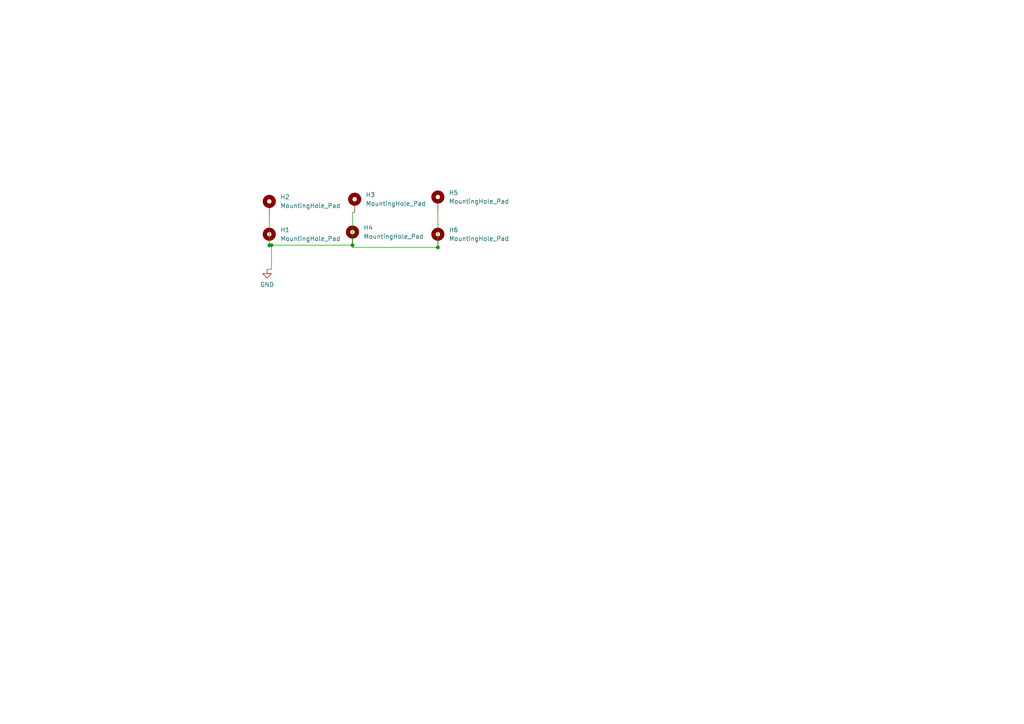
<source format=kicad_sch>
(kicad_sch (version 20230121) (generator eeschema)
  (paper "A4")
  (lib_symbols
    (symbol "Mechanical:MountingHole_Pad" (pin_numbers hide) (pin_names (offset 1.016) hide)
      (property "Reference" "H" (at 0 6.35 0))
      (property "Value" "MountingHole_Pad" (at 0 4.445 0))
      (symbol "MountingHole_Pad_0_1"
        (circle (center 0 1.27) (radius 1.27) (stroke (width 1.27)))
      )
      (symbol "MountingHole_Pad_1_1"
        (pin input line (at 0 -2.54 90) (length 2.54) (name "1") (number "1"))
      )
    )
    (symbol "power:GND" (power) (pin_names (offset 0))
      (property "Value" "GND" (at 0 -3.81 0))
      (symbol "GND_0_1"
        (polyline (pts (xy 0 0) (xy 0 -1.27) (xy 1.27 -1.27) (xy 0 -2.54) (xy -1.27 -1.27) (xy 0 -1.27)))
      )
      (symbol "GND_1_1"
        (pin power_in line (at 0 0 270) (length 0) hide (name "GND") (number "1"))
      )
    )
  )
  (junction (at 102.235 71.12))
  (junction (at 78.105 71.12))
  (junction (at 127 71.755))
  (junction (at 78.74 71.12))
  (wire (pts (xy 102.235 71.12) (xy 78.74 71.12)))
  (wire (pts (xy 127 60.96) (xy 127 71.755)))
  (wire (pts (xy 102.235 71.12) (xy 102.235 61.595)))
  (wire (pts (xy 78.105 62.23) (xy 78.105 71.12)))
  (wire (pts (xy 78.74 71.12) (xy 78.74 78.105)))
  (wire (pts (xy 127 71.755) (xy 102.235 71.755)))
  (wire (pts (xy 78.74 71.12) (xy 78.105 71.12)))
  (wire (pts (xy 78.74 78.105) (xy 77.47 78.105)))
  (wire (pts (xy 78.105 71.12) (xy 78.105 71.755)))
  (wire (pts (xy 102.235 61.595) (xy 102.87 61.595)))
  (wire (pts (xy 102.235 71.755) (xy 102.235 71.12)))
  (symbol (lib_id "Mechanical:MountingHole_Pad") (at 127 69.215 0) (unit 1)
    (property "Reference" "H6" (at 130.175 66.675 0) (effects (justify left)))
    (property "Value" "MountingHole_Pad" (at 130.175 69.215 0) (effects (justify left)))
    (property "Footprint" "MountingHole:MountingHole_3.2mm_M3_Pad_TopBottom" (effects hide))
  )
  (symbol (lib_id "Mechanical:MountingHole_Pad") (at 127 58.42 0) (unit 1)
    (property "Reference" "H5" (at 130.175 55.88 0) (effects (justify left)))
    (property "Value" "MountingHole_Pad" (at 130.175 58.42 0) (effects (justify left)))
    (property "Footprint" "MountingHole:MountingHole_3.2mm_M3_Pad_TopBottom" (effects hide))
  )
  (symbol (lib_id "Mechanical:MountingHole_Pad") (at 78.105 69.215 0) (unit 1)
    (property "Reference" "H1" (at 81.28 66.675 0) (effects (justify left)))
    (property "Value" "MountingHole_Pad" (at 81.28 69.215 0) (effects (justify left)))
    (property "Footprint" "MountingHole:MountingHole_3.2mm_M3_Pad_TopBottom" (effects hide))
  )
  (symbol (lib_id "Mechanical:MountingHole_Pad") (at 78.105 59.69 0) (unit 1)
    (property "Reference" "H2" (at 81.28 57.15 0) (effects (justify left)))
    (property "Value" "MountingHole_Pad" (at 81.28 59.69 0) (effects (justify left)))
    (property "Footprint" "MountingHole:MountingHole_3.2mm_M3_Pad_TopBottom" (effects hide))
  )
  (symbol (lib_id "Mechanical:MountingHole_Pad") (at 102.235 68.58 0) (unit 1)
    (property "Reference" "H4" (at 105.41 66.04 0) (effects (justify left)))
    (property "Value" "MountingHole_Pad" (at 105.41 68.58 0) (effects (justify left)))
    (property "Footprint" "MountingHole:MountingHole_3.2mm_M3_Pad_TopBottom" (effects hide))
  )
  (symbol (lib_id "Mechanical:MountingHole_Pad") (at 102.87 59.055 0) (unit 1)
    (property "Reference" "H3" (at 106.045 56.515 0) (effects (justify left)))
    (property "Value" "MountingHole_Pad" (at 106.045 59.055 0) (effects (justify left)))
    (property "Footprint" "MountingHole:MountingHole_3.2mm_M3_Pad_TopBottom" (effects hide))
  )
  (symbol (lib_id "power:GND") (at 77.47 78.105 0) (unit 1)
    (property "Reference" "#PWR01" (effects hide))
    (property "Value" "GND" (at 77.47 82.55 0))
  )
)
</source>
